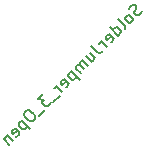
<source format=gbr>
G04 #@! TF.GenerationSoftware,KiCad,Pcbnew,9.0.2*
G04 #@! TF.CreationDate,2025-09-26T14:34:01-04:00*
G04 #@! TF.ProjectId,Trackball,54726163-6b62-4616-9c6c-2e6b69636164,rev?*
G04 #@! TF.SameCoordinates,Original*
G04 #@! TF.FileFunction,AssemblyDrawing,Bot*
%FSLAX46Y46*%
G04 Gerber Fmt 4.6, Leading zero omitted, Abs format (unit mm)*
G04 Created by KiCad (PCBNEW 9.0.2) date 2025-09-26 14:34:01*
%MOMM*%
%LPD*%
G01*
G04 APERTURE LIST*
%ADD10C,0.150000*%
G04 APERTURE END LIST*
D10*
X255634781Y-72709959D02*
X255567437Y-72844646D01*
X255567437Y-72844646D02*
X255399078Y-73013005D01*
X255399078Y-73013005D02*
X255298063Y-73046677D01*
X255298063Y-73046677D02*
X255230720Y-73046677D01*
X255230720Y-73046677D02*
X255129704Y-73013005D01*
X255129704Y-73013005D02*
X255062361Y-72945661D01*
X255062361Y-72945661D02*
X255028689Y-72844646D01*
X255028689Y-72844646D02*
X255028689Y-72777303D01*
X255028689Y-72777303D02*
X255062361Y-72676287D01*
X255062361Y-72676287D02*
X255163376Y-72507929D01*
X255163376Y-72507929D02*
X255197048Y-72406913D01*
X255197048Y-72406913D02*
X255197048Y-72339570D01*
X255197048Y-72339570D02*
X255163376Y-72238555D01*
X255163376Y-72238555D02*
X255096033Y-72171211D01*
X255096033Y-72171211D02*
X254995017Y-72137539D01*
X254995017Y-72137539D02*
X254927674Y-72137539D01*
X254927674Y-72137539D02*
X254826659Y-72171211D01*
X254826659Y-72171211D02*
X254658300Y-72339570D01*
X254658300Y-72339570D02*
X254590956Y-72474257D01*
X254860330Y-73551753D02*
X254894002Y-73450738D01*
X254894002Y-73450738D02*
X254894002Y-73383394D01*
X254894002Y-73383394D02*
X254860330Y-73282379D01*
X254860330Y-73282379D02*
X254658300Y-73080348D01*
X254658300Y-73080348D02*
X254557285Y-73046677D01*
X254557285Y-73046677D02*
X254489941Y-73046677D01*
X254489941Y-73046677D02*
X254388926Y-73080348D01*
X254388926Y-73080348D02*
X254287911Y-73181364D01*
X254287911Y-73181364D02*
X254254239Y-73282379D01*
X254254239Y-73282379D02*
X254254239Y-73349722D01*
X254254239Y-73349722D02*
X254287911Y-73450738D01*
X254287911Y-73450738D02*
X254489941Y-73652768D01*
X254489941Y-73652768D02*
X254590956Y-73686440D01*
X254590956Y-73686440D02*
X254658300Y-73686440D01*
X254658300Y-73686440D02*
X254759315Y-73652768D01*
X254759315Y-73652768D02*
X254860330Y-73551753D01*
X254220567Y-74191516D02*
X254254239Y-74090501D01*
X254254239Y-74090501D02*
X254220567Y-73989486D01*
X254220567Y-73989486D02*
X253614476Y-73383394D01*
X253648147Y-74763936D02*
X252941040Y-74056830D01*
X253614475Y-74730265D02*
X253715490Y-74696593D01*
X253715490Y-74696593D02*
X253850177Y-74561906D01*
X253850177Y-74561906D02*
X253883849Y-74460891D01*
X253883849Y-74460891D02*
X253883849Y-74393547D01*
X253883849Y-74393547D02*
X253850177Y-74292532D01*
X253850177Y-74292532D02*
X253648147Y-74090501D01*
X253648147Y-74090501D02*
X253547132Y-74056830D01*
X253547132Y-74056830D02*
X253479788Y-74056830D01*
X253479788Y-74056830D02*
X253378773Y-74090501D01*
X253378773Y-74090501D02*
X253244086Y-74225188D01*
X253244086Y-74225188D02*
X253210414Y-74326204D01*
X253008384Y-75336356D02*
X253109399Y-75302684D01*
X253109399Y-75302684D02*
X253244086Y-75167997D01*
X253244086Y-75167997D02*
X253277758Y-75066982D01*
X253277758Y-75066982D02*
X253244086Y-74965967D01*
X253244086Y-74965967D02*
X252974712Y-74696593D01*
X252974712Y-74696593D02*
X252873697Y-74662921D01*
X252873697Y-74662921D02*
X252772681Y-74696593D01*
X252772681Y-74696593D02*
X252637994Y-74831280D01*
X252637994Y-74831280D02*
X252604323Y-74932295D01*
X252604323Y-74932295D02*
X252637994Y-75033310D01*
X252637994Y-75033310D02*
X252705338Y-75100654D01*
X252705338Y-75100654D02*
X253109399Y-74831280D01*
X252705338Y-75706746D02*
X252233933Y-75235341D01*
X252368620Y-75370028D02*
X252267605Y-75336356D01*
X252267605Y-75336356D02*
X252200261Y-75336356D01*
X252200261Y-75336356D02*
X252099246Y-75370028D01*
X252099246Y-75370028D02*
X252031903Y-75437372D01*
X251358467Y-75639402D02*
X251863544Y-76144479D01*
X251863544Y-76144479D02*
X251998231Y-76211822D01*
X251998231Y-76211822D02*
X252132918Y-76211822D01*
X252132918Y-76211822D02*
X252267605Y-76144479D01*
X252267605Y-76144479D02*
X252334948Y-76077135D01*
X250954406Y-76514868D02*
X251425811Y-76986273D01*
X251257452Y-76211822D02*
X251627841Y-76582212D01*
X251627841Y-76582212D02*
X251661513Y-76683227D01*
X251661513Y-76683227D02*
X251627841Y-76784242D01*
X251627841Y-76784242D02*
X251526826Y-76885257D01*
X251526826Y-76885257D02*
X251425811Y-76918929D01*
X251425811Y-76918929D02*
X251358467Y-76918929D01*
X251089093Y-77322990D02*
X250617689Y-76851586D01*
X250685032Y-76918929D02*
X250617689Y-76918929D01*
X250617689Y-76918929D02*
X250516673Y-76952601D01*
X250516673Y-76952601D02*
X250415658Y-77053616D01*
X250415658Y-77053616D02*
X250381986Y-77154631D01*
X250381986Y-77154631D02*
X250415658Y-77255647D01*
X250415658Y-77255647D02*
X250786047Y-77626036D01*
X250415658Y-77255647D02*
X250314643Y-77221975D01*
X250314643Y-77221975D02*
X250213628Y-77255647D01*
X250213628Y-77255647D02*
X250112612Y-77356662D01*
X250112612Y-77356662D02*
X250078941Y-77457677D01*
X250078941Y-77457677D02*
X250112612Y-77558692D01*
X250112612Y-77558692D02*
X250483002Y-77929082D01*
X249674880Y-77794394D02*
X250381987Y-78501501D01*
X249708552Y-77828066D02*
X249607536Y-77861738D01*
X249607536Y-77861738D02*
X249472849Y-77996425D01*
X249472849Y-77996425D02*
X249439178Y-78097440D01*
X249439178Y-78097440D02*
X249439178Y-78164784D01*
X249439178Y-78164784D02*
X249472849Y-78265799D01*
X249472849Y-78265799D02*
X249674880Y-78467829D01*
X249674880Y-78467829D02*
X249775895Y-78501501D01*
X249775895Y-78501501D02*
X249843239Y-78501501D01*
X249843239Y-78501501D02*
X249944254Y-78467829D01*
X249944254Y-78467829D02*
X250078941Y-78333142D01*
X250078941Y-78333142D02*
X250112613Y-78232127D01*
X249203475Y-79141265D02*
X249304490Y-79107593D01*
X249304490Y-79107593D02*
X249439177Y-78972906D01*
X249439177Y-78972906D02*
X249472849Y-78871891D01*
X249472849Y-78871891D02*
X249439177Y-78770875D01*
X249439177Y-78770875D02*
X249169803Y-78501501D01*
X249169803Y-78501501D02*
X249068788Y-78467830D01*
X249068788Y-78467830D02*
X248967773Y-78501501D01*
X248967773Y-78501501D02*
X248833086Y-78636188D01*
X248833086Y-78636188D02*
X248799414Y-78737204D01*
X248799414Y-78737204D02*
X248833086Y-78838219D01*
X248833086Y-78838219D02*
X248900429Y-78905562D01*
X248900429Y-78905562D02*
X249304490Y-78636188D01*
X248900429Y-79511654D02*
X248429025Y-79040249D01*
X248563712Y-79174936D02*
X248462697Y-79141265D01*
X248462697Y-79141265D02*
X248395353Y-79141265D01*
X248395353Y-79141265D02*
X248294338Y-79174936D01*
X248294338Y-79174936D02*
X248226994Y-79242280D01*
X248698399Y-79848372D02*
X248159651Y-80387120D01*
X247284185Y-79713685D02*
X246846452Y-80151418D01*
X246846452Y-80151418D02*
X247351528Y-80185089D01*
X247351528Y-80185089D02*
X247250513Y-80286105D01*
X247250513Y-80286105D02*
X247216841Y-80387120D01*
X247216841Y-80387120D02*
X247216841Y-80454463D01*
X247216841Y-80454463D02*
X247250513Y-80555479D01*
X247250513Y-80555479D02*
X247418872Y-80723837D01*
X247418872Y-80723837D02*
X247519887Y-80757509D01*
X247519887Y-80757509D02*
X247587231Y-80757509D01*
X247587231Y-80757509D02*
X247688246Y-80723837D01*
X247688246Y-80723837D02*
X247890276Y-80521807D01*
X247890276Y-80521807D02*
X247923948Y-80420792D01*
X247923948Y-80420792D02*
X247923948Y-80353448D01*
X247486215Y-81060555D02*
X246947467Y-81599303D01*
X245869971Y-81127899D02*
X245735284Y-81262586D01*
X245735284Y-81262586D02*
X245701612Y-81363601D01*
X245701612Y-81363601D02*
X245701612Y-81498288D01*
X245701612Y-81498288D02*
X245802628Y-81666647D01*
X245802628Y-81666647D02*
X246038330Y-81902349D01*
X246038330Y-81902349D02*
X246206689Y-82003364D01*
X246206689Y-82003364D02*
X246341376Y-82003364D01*
X246341376Y-82003364D02*
X246442391Y-81969692D01*
X246442391Y-81969692D02*
X246577078Y-81835005D01*
X246577078Y-81835005D02*
X246610750Y-81733990D01*
X246610750Y-81733990D02*
X246610750Y-81599303D01*
X246610750Y-81599303D02*
X246509734Y-81430944D01*
X246509734Y-81430944D02*
X246274032Y-81195242D01*
X246274032Y-81195242D02*
X246105673Y-81094227D01*
X246105673Y-81094227D02*
X245970986Y-81094227D01*
X245970986Y-81094227D02*
X245869971Y-81127899D01*
X245499582Y-81969692D02*
X246206689Y-82676799D01*
X245533254Y-82003364D02*
X245432238Y-82037036D01*
X245432238Y-82037036D02*
X245297551Y-82171723D01*
X245297551Y-82171723D02*
X245263880Y-82272738D01*
X245263880Y-82272738D02*
X245263880Y-82340082D01*
X245263880Y-82340082D02*
X245297551Y-82441097D01*
X245297551Y-82441097D02*
X245499582Y-82643127D01*
X245499582Y-82643127D02*
X245600597Y-82676799D01*
X245600597Y-82676799D02*
X245667941Y-82676799D01*
X245667941Y-82676799D02*
X245768956Y-82643127D01*
X245768956Y-82643127D02*
X245903643Y-82508440D01*
X245903643Y-82508440D02*
X245937315Y-82407425D01*
X245028177Y-83316562D02*
X245129193Y-83282891D01*
X245129193Y-83282891D02*
X245263880Y-83148204D01*
X245263880Y-83148204D02*
X245297551Y-83047188D01*
X245297551Y-83047188D02*
X245263880Y-82946173D01*
X245263880Y-82946173D02*
X244994506Y-82676799D01*
X244994506Y-82676799D02*
X244893490Y-82643127D01*
X244893490Y-82643127D02*
X244792475Y-82676799D01*
X244792475Y-82676799D02*
X244657788Y-82811486D01*
X244657788Y-82811486D02*
X244624116Y-82912501D01*
X244624116Y-82912501D02*
X244657788Y-83013517D01*
X244657788Y-83013517D02*
X244725131Y-83080860D01*
X244725131Y-83080860D02*
X245129193Y-82811486D01*
X244253727Y-83215547D02*
X244725131Y-83686952D01*
X244321070Y-83282891D02*
X244253727Y-83282891D01*
X244253727Y-83282891D02*
X244152712Y-83316563D01*
X244152712Y-83316563D02*
X244051696Y-83417578D01*
X244051696Y-83417578D02*
X244018025Y-83518593D01*
X244018025Y-83518593D02*
X244051696Y-83619608D01*
X244051696Y-83619608D02*
X244422086Y-83989998D01*
M02*

</source>
